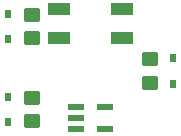
<source format=gbr>
%TF.GenerationSoftware,KiCad,Pcbnew,7.0.5*%
%TF.CreationDate,2024-02-16T16:10:36-06:00*%
%TF.ProjectId,GATE,47415445-2e6b-4696-9361-645f70636258,rev?*%
%TF.SameCoordinates,Original*%
%TF.FileFunction,Paste,Top*%
%TF.FilePolarity,Positive*%
%FSLAX46Y46*%
G04 Gerber Fmt 4.6, Leading zero omitted, Abs format (unit mm)*
G04 Created by KiCad (PCBNEW 7.0.5) date 2024-02-16 16:10:36*
%MOMM*%
%LPD*%
G01*
G04 APERTURE LIST*
G04 Aperture macros list*
%AMRoundRect*
0 Rectangle with rounded corners*
0 $1 Rounding radius*
0 $2 $3 $4 $5 $6 $7 $8 $9 X,Y pos of 4 corners*
0 Add a 4 corners polygon primitive as box body*
4,1,4,$2,$3,$4,$5,$6,$7,$8,$9,$2,$3,0*
0 Add four circle primitives for the rounded corners*
1,1,$1+$1,$2,$3*
1,1,$1+$1,$4,$5*
1,1,$1+$1,$6,$7*
1,1,$1+$1,$8,$9*
0 Add four rect primitives between the rounded corners*
20,1,$1+$1,$2,$3,$4,$5,0*
20,1,$1+$1,$4,$5,$6,$7,0*
20,1,$1+$1,$6,$7,$8,$9,0*
20,1,$1+$1,$8,$9,$2,$3,0*%
G04 Aperture macros list end*
%ADD10RoundRect,0.250000X-0.450000X0.350000X-0.450000X-0.350000X0.450000X-0.350000X0.450000X0.350000X0*%
%ADD11R,0.609600X0.660400*%
%ADD12R,1.473200X0.558800*%
%ADD13R,1.875000X1.050000*%
G04 APERTURE END LIST*
D10*
%TO.C,R3*%
X160000000Y-86500000D03*
X160000000Y-88500000D03*
%TD*%
D11*
%TO.C,LED1*%
X148000000Y-84829500D03*
X148000000Y-82670500D03*
%TD*%
D10*
%TO.C,R1*%
X150000000Y-82750000D03*
X150000000Y-84750000D03*
%TD*%
%TO.C,R2*%
X150000000Y-89750000D03*
X150000000Y-91750000D03*
%TD*%
D11*
%TO.C,LED2*%
X148000000Y-89670500D03*
X148000000Y-91829500D03*
%TD*%
D12*
%TO.C,U1*%
X153806200Y-90549999D03*
X153806200Y-91500000D03*
X153806200Y-92450001D03*
X156193800Y-92450001D03*
X156193800Y-90549999D03*
%TD*%
D11*
%TO.C,LED3*%
X162000000Y-88579500D03*
X162000000Y-86420500D03*
%TD*%
D13*
%TO.C,D1*%
X152337500Y-82250000D03*
X157662500Y-82250000D03*
X152337500Y-84750000D03*
X157662500Y-84750000D03*
%TD*%
M02*

</source>
